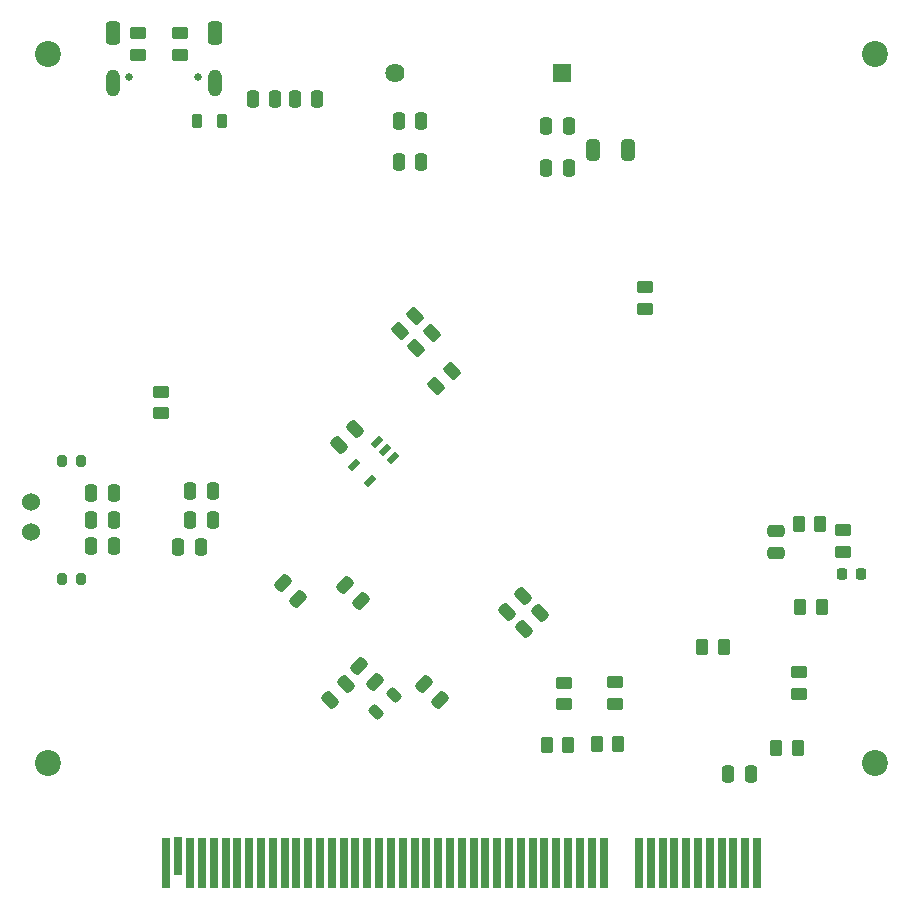
<source format=gbs>
%TF.GenerationSoftware,KiCad,Pcbnew,8.0.1*%
%TF.CreationDate,2024-04-16T19:56:43-05:00*%
%TF.ProjectId,PCB-1-2,5043422d-312d-4322-9e6b-696361645f70,rev?*%
%TF.SameCoordinates,Original*%
%TF.FileFunction,Soldermask,Bot*%
%TF.FilePolarity,Negative*%
%FSLAX46Y46*%
G04 Gerber Fmt 4.6, Leading zero omitted, Abs format (unit mm)*
G04 Created by KiCad (PCBNEW 8.0.1) date 2024-04-16 19:56:43*
%MOMM*%
%LPD*%
G01*
G04 APERTURE LIST*
G04 Aperture macros list*
%AMRoundRect*
0 Rectangle with rounded corners*
0 $1 Rounding radius*
0 $2 $3 $4 $5 $6 $7 $8 $9 X,Y pos of 4 corners*
0 Add a 4 corners polygon primitive as box body*
4,1,4,$2,$3,$4,$5,$6,$7,$8,$9,$2,$3,0*
0 Add four circle primitives for the rounded corners*
1,1,$1+$1,$2,$3*
1,1,$1+$1,$4,$5*
1,1,$1+$1,$6,$7*
1,1,$1+$1,$8,$9*
0 Add four rect primitives between the rounded corners*
20,1,$1+$1,$2,$3,$4,$5,0*
20,1,$1+$1,$4,$5,$6,$7,0*
20,1,$1+$1,$6,$7,$8,$9,0*
20,1,$1+$1,$8,$9,$2,$3,0*%
%AMRotRect*
0 Rectangle, with rotation*
0 The origin of the aperture is its center*
0 $1 length*
0 $2 width*
0 $3 Rotation angle, in degrees counterclockwise*
0 Add horizontal line*
21,1,$1,$2,0,0,$3*%
G04 Aperture macros list end*
%ADD10C,1.524000*%
%ADD11C,2.200000*%
%ADD12C,0.650000*%
%ADD13O,1.204000X2.304000*%
%ADD14RoundRect,0.301000X0.301000X0.701000X-0.301000X0.701000X-0.301000X-0.701000X0.301000X-0.701000X0*%
%ADD15R,1.625600X1.625600*%
%ADD16C,1.625600*%
%ADD17RoundRect,0.250000X-0.512652X-0.159099X-0.159099X-0.512652X0.512652X0.159099X0.159099X0.512652X0*%
%ADD18RoundRect,0.250000X-0.250000X-0.475000X0.250000X-0.475000X0.250000X0.475000X-0.250000X0.475000X0*%
%ADD19RoundRect,0.250000X-0.159099X0.512652X-0.512652X0.159099X0.159099X-0.512652X0.512652X-0.159099X0*%
%ADD20RoundRect,0.218750X0.218750X0.381250X-0.218750X0.381250X-0.218750X-0.381250X0.218750X-0.381250X0*%
%ADD21RoundRect,0.200000X0.200000X0.275000X-0.200000X0.275000X-0.200000X-0.275000X0.200000X-0.275000X0*%
%ADD22RoundRect,0.250000X-0.262500X-0.450000X0.262500X-0.450000X0.262500X0.450000X-0.262500X0.450000X0*%
%ADD23RoundRect,0.250000X0.262500X0.450000X-0.262500X0.450000X-0.262500X-0.450000X0.262500X-0.450000X0*%
%ADD24RoundRect,0.250000X0.475000X-0.250000X0.475000X0.250000X-0.475000X0.250000X-0.475000X-0.250000X0*%
%ADD25RoundRect,0.250000X-0.325000X-0.650000X0.325000X-0.650000X0.325000X0.650000X-0.325000X0.650000X0*%
%ADD26RoundRect,0.250000X0.250000X0.475000X-0.250000X0.475000X-0.250000X-0.475000X0.250000X-0.475000X0*%
%ADD27RoundRect,0.218750X0.114905X-0.424264X0.424264X-0.114905X-0.114905X0.424264X-0.424264X0.114905X0*%
%ADD28RoundRect,0.250000X-0.450000X0.262500X-0.450000X-0.262500X0.450000X-0.262500X0.450000X0.262500X0*%
%ADD29RoundRect,0.200000X-0.200000X-0.275000X0.200000X-0.275000X0.200000X0.275000X-0.200000X0.275000X0*%
%ADD30RoundRect,0.250000X0.450000X-0.262500X0.450000X0.262500X-0.450000X0.262500X-0.450000X-0.262500X0*%
%ADD31RoundRect,0.250000X0.512652X0.159099X0.159099X0.512652X-0.512652X-0.159099X-0.159099X-0.512652X0*%
%ADD32RoundRect,0.250000X-0.132583X0.503814X-0.503814X0.132583X0.132583X-0.503814X0.503814X-0.132583X0*%
%ADD33RotRect,0.977900X0.508000X225.000000*%
%ADD34RoundRect,0.225000X0.225000X0.250000X-0.225000X0.250000X-0.225000X-0.250000X0.225000X-0.250000X0*%
%ADD35R,0.700000X4.300000*%
%ADD36R,0.700000X3.200000*%
G04 APERTURE END LIST*
D10*
X61500000Y-100460000D03*
X61500000Y-103000000D03*
D11*
X133000000Y-62500000D03*
D12*
X75640000Y-64425000D03*
X69860000Y-64425000D03*
D13*
X77070000Y-64925000D03*
X68430000Y-64925000D03*
D14*
X77070000Y-60745000D03*
X68430000Y-60745000D03*
D11*
X63000000Y-62500000D03*
X63000000Y-122500000D03*
D15*
X106514152Y-64147111D03*
D16*
X92366352Y-64147111D03*
D11*
X133000000Y-122500000D03*
D17*
X89328249Y-114328249D03*
X90671751Y-115671751D03*
X82828249Y-107328249D03*
X84171751Y-108671751D03*
D18*
X120550001Y-123500001D03*
X122449999Y-123500001D03*
D19*
X103161124Y-108393001D03*
X101817622Y-109736503D03*
D20*
X77671152Y-68147111D03*
X75546152Y-68147111D03*
D19*
X88171751Y-115828249D03*
X86828249Y-117171751D03*
D21*
X65785000Y-106999999D03*
X64135000Y-106999999D03*
D22*
X124612501Y-121283849D03*
X126437501Y-121283849D03*
D23*
X107000000Y-121000000D03*
X105175000Y-121000000D03*
D24*
X124568262Y-104780646D03*
X124568262Y-102880648D03*
D18*
X75010001Y-99499999D03*
X76909999Y-99499999D03*
D25*
X109133652Y-70647111D03*
X112083652Y-70647111D03*
D18*
X83838726Y-66319041D03*
X85738726Y-66319041D03*
D26*
X82219550Y-66308009D03*
X80319550Y-66308009D03*
D27*
X90748699Y-118251301D03*
X92251301Y-116748699D03*
D28*
X72500000Y-91087499D03*
X72500000Y-92912499D03*
D29*
X64135000Y-96999999D03*
X65785000Y-96999999D03*
D28*
X111009050Y-115713083D03*
X111009050Y-117538083D03*
D26*
X94558652Y-71647111D03*
X92658652Y-71647111D03*
D28*
X106641964Y-115742239D03*
X106641964Y-117567239D03*
D18*
X105158652Y-68647111D03*
X107058652Y-68647111D03*
D23*
X128342938Y-102336130D03*
X126517938Y-102336130D03*
D26*
X68523077Y-104206514D03*
X66623079Y-104206514D03*
D22*
X126638343Y-109302543D03*
X128463343Y-109302543D03*
D30*
X74108652Y-62559611D03*
X74108652Y-60734611D03*
D31*
X89483626Y-108801434D03*
X88140124Y-107457932D03*
D32*
X94025126Y-84696699D03*
X92734656Y-85987169D03*
D18*
X105158652Y-72147111D03*
X107058652Y-72147111D03*
X74010001Y-104272071D03*
X75909999Y-104272071D03*
D23*
X111267205Y-120909499D03*
X109442205Y-120909499D03*
D28*
X126525001Y-114831646D03*
X126525001Y-116656646D03*
X113510003Y-82253570D03*
X113510003Y-84078570D03*
D30*
X130251246Y-104657926D03*
X130251246Y-102832926D03*
X70608652Y-62559611D03*
X70608652Y-60734611D03*
D19*
X104619881Y-109857034D03*
X103276379Y-111200536D03*
D33*
X90793625Y-95362870D03*
X91465378Y-96034622D03*
X92137130Y-96706375D03*
X90206375Y-98637130D03*
X88862870Y-97293625D03*
D26*
X94558652Y-68147111D03*
X92658652Y-68147111D03*
X68523077Y-101982233D03*
X66623079Y-101982233D03*
D19*
X88919794Y-94266856D03*
X87576292Y-95610358D03*
D32*
X95439340Y-86110913D03*
X94148870Y-87401383D03*
D17*
X94828249Y-115828249D03*
X96171751Y-117171751D03*
D34*
X131775000Y-106500000D03*
X130225000Y-106500000D03*
D35*
X123000000Y-131000000D03*
X122000000Y-131000000D03*
X121000000Y-131000000D03*
X120000000Y-131000000D03*
X119000000Y-131000000D03*
X118000000Y-131000000D03*
X117000000Y-131000000D03*
X116000000Y-131000000D03*
X115000000Y-131000000D03*
X114000000Y-131000000D03*
X113000000Y-131000000D03*
X110000000Y-131000000D03*
X109000000Y-131000000D03*
X108000000Y-131000000D03*
X107000000Y-131000000D03*
X106000000Y-131000000D03*
X105000000Y-131000000D03*
X104000000Y-131000000D03*
X103000000Y-131000000D03*
X102000000Y-131000000D03*
X101000000Y-131000000D03*
X100000000Y-131000000D03*
X99000000Y-131000000D03*
X98000000Y-131000000D03*
X97000000Y-131000000D03*
X96000000Y-131000000D03*
X95000000Y-131000000D03*
X94000000Y-131000000D03*
X93000000Y-131000000D03*
X92000000Y-131000000D03*
X91000000Y-131000000D03*
X90000000Y-131000000D03*
X89000000Y-131000000D03*
X88000000Y-131000000D03*
X87000000Y-131000000D03*
X86000000Y-131000000D03*
X85000000Y-131000000D03*
X84000000Y-131000000D03*
X83000000Y-131000000D03*
X82000000Y-131000000D03*
X81000000Y-131000000D03*
X80000000Y-131000000D03*
X79000000Y-131000000D03*
X78000000Y-131000000D03*
X77000000Y-131000000D03*
X76000000Y-131000000D03*
X75000000Y-131000000D03*
D36*
X74000000Y-130450000D03*
D35*
X73000000Y-131000000D03*
D32*
X97145235Y-89354765D03*
X95854765Y-90645235D03*
D23*
X120188970Y-112731966D03*
X118363970Y-112731966D03*
D26*
X68523077Y-99706514D03*
X66623079Y-99706514D03*
D18*
X75010001Y-101999999D03*
X76909999Y-101999999D03*
M02*

</source>
